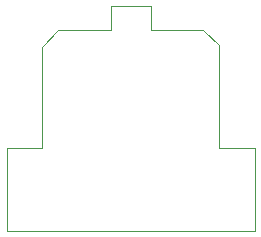
<source format=gm1>
G04 #@! TF.GenerationSoftware,KiCad,Pcbnew,(6.0.0)*
G04 #@! TF.CreationDate,2021-12-31T14:49:46+01:00*
G04 #@! TF.ProjectId,marklin-v100-led-back-pcb,6d61726b-6c69-46e2-9d76-3130302d6c65,0.1*
G04 #@! TF.SameCoordinates,Original*
G04 #@! TF.FileFunction,Profile,NP*
%FSLAX46Y46*%
G04 Gerber Fmt 4.6, Leading zero omitted, Abs format (unit mm)*
G04 Created by KiCad (PCBNEW (6.0.0)) date 2021-12-31 14:49:46*
%MOMM*%
%LPD*%
G01*
G04 APERTURE LIST*
G04 #@! TA.AperFunction,Profile*
%ADD10C,0.100000*%
G04 #@! TD*
G04 APERTURE END LIST*
D10*
X111540000Y-64557500D02*
X111540000Y-73257500D01*
X93540000Y-80257500D02*
X93540000Y-73257500D01*
X102340000Y-61257500D02*
X102340000Y-63257500D01*
X105740000Y-61257500D02*
X105740000Y-63257500D01*
X114540000Y-73257500D02*
X111540000Y-73257500D01*
X105740000Y-61257500D02*
X102340000Y-61257500D01*
X96540000Y-64657500D02*
X96540000Y-73257500D01*
X97840000Y-63257500D02*
X96540000Y-64657500D01*
X93540000Y-73257500D02*
X96540000Y-73257500D01*
X102340000Y-63257500D02*
X97840000Y-63257500D01*
X110140000Y-63257500D02*
X111540000Y-64557500D01*
X114540000Y-80257500D02*
X114540000Y-73257500D01*
X105740000Y-63257500D02*
X110140000Y-63257500D01*
X114540000Y-80257500D02*
X93540000Y-80257500D01*
M02*

</source>
